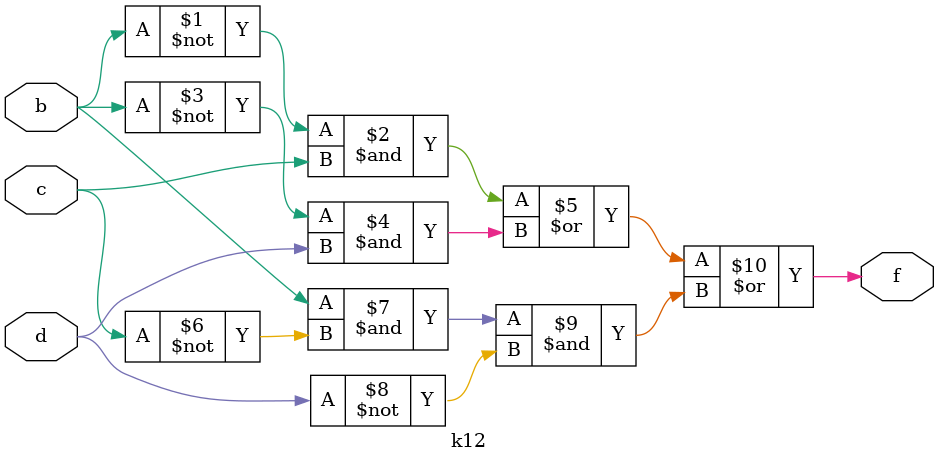
<source format=v>
module k12(b,c,d,f);
    input b,c,d;
    output f;
    assign f = (~b & c) | (~b & d) | (b & ~c & ~d);
endmodule

</source>
